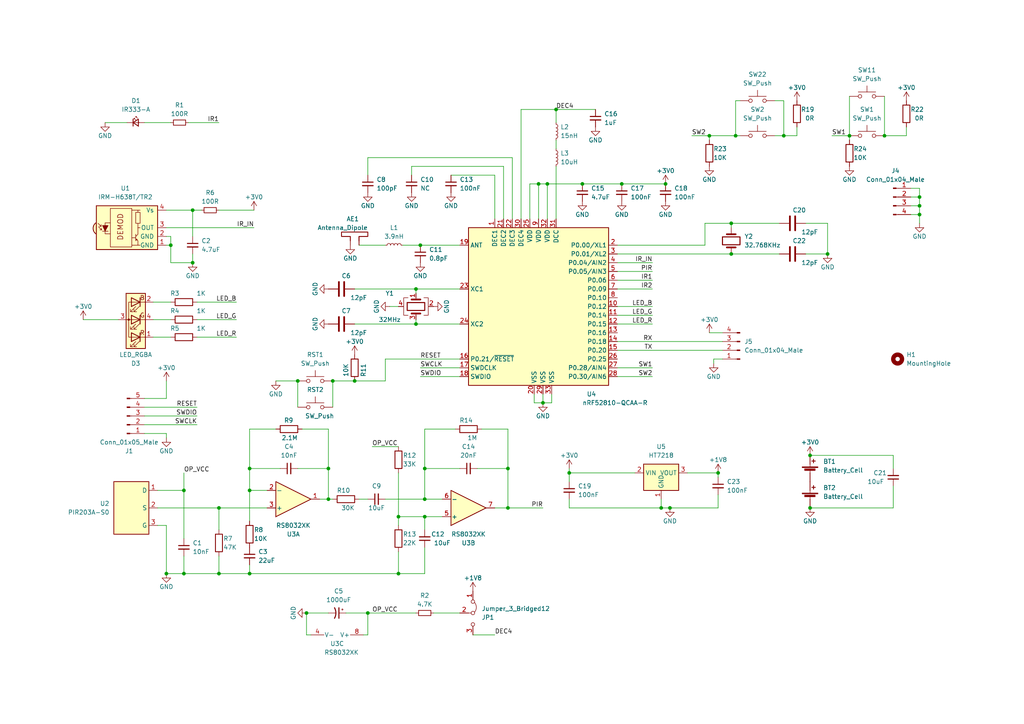
<source format=kicad_sch>
(kicad_sch (version 20211123) (generator eeschema)
  (paper "A4")
  (lib_symbols
    (symbol "Amplifier_Operational:LM358" (pin_names (offset 0.127))
      (property "Reference" "U" (at 0 5.08 0))
      (property "Value" "LM358" (at 0 -5.08 0))
      (symbol "LM358_1_1"
        (pin output line (at 7.62 0 180) (length 2.54) (name "~") (number "1"))
        (pin input line (at -7.62 -2.54 0) (length 2.54) (name "-") (number "2"))
        (pin input line (at -7.62 2.54 0) (length 2.54) (name "+") (number "3"))
      )
      (symbol "LM358_2_1"
        (pin input line (at -7.62 2.54 0) (length 2.54) (name "+") (number "5"))
        (pin input line (at -7.62 -2.54 0) (length 2.54) (name "-") (number "6"))
        (pin output line (at 7.62 0 180) (length 2.54) (name "~") (number "7"))
      )
      (symbol "LM358_3_1"
        (pin power_in line (at -2.54 -7.62 90) (length 3.81) (name "V-") (number "4"))
        (pin power_in line (at -2.54 7.62 270) (length 3.81) (name "V+") (number "8"))
      )
    )
    (symbol "Connector:Conn_01x04_Male" (pin_names (offset 1.016) hide)
      (property "Reference" "J" (at 0 5.08 0))
      (property "Value" "Conn_01x04_Male" (at 0 -7.62 0))
      (symbol "Conn_01x04_Male_1_1"
        (pin passive line (at 5.08 2.54 180) (length 3.81) (name "Pin_1") (number "1"))
        (pin passive line (at 5.08 0 180) (length 3.81) (name "Pin_2") (number "2"))
        (pin passive line (at 5.08 -2.54 180) (length 3.81) (name "Pin_3") (number "3"))
        (pin passive line (at 5.08 -5.08 180) (length 3.81) (name "Pin_4") (number "4"))
      )
    )
    (symbol "Connector:Conn_01x05_Male" (pin_names (offset 1.016) hide)
      (property "Reference" "J" (at 0 7.62 0))
      (property "Value" "Conn_01x05_Male" (at 0 -7.62 0))
      (symbol "Conn_01x05_Male_1_1"
        (pin passive line (at 5.08 5.08 180) (length 3.81) (name "Pin_1") (number "1"))
        (pin passive line (at 5.08 2.54 180) (length 3.81) (name "Pin_2") (number "2"))
        (pin passive line (at 5.08 0 180) (length 3.81) (name "Pin_3") (number "3"))
        (pin passive line (at 5.08 -2.54 180) (length 3.81) (name "Pin_4") (number "4"))
        (pin passive line (at 5.08 -5.08 180) (length 3.81) (name "Pin_5") (number "5"))
      )
    )
    (symbol "Device:Antenna_Dipole" (pin_numbers hide) (pin_names (offset 1.016) hide)
      (property "Reference" "AE" (at 1.27 1.27 0))
      (property "Value" "Antenna_Dipole" (at 1.27 0 0))
      (symbol "Antenna_Dipole_1_1"
        (pin input line (at 0 -5.08 90) (length 2.54) (name "~") (number "1"))
        (pin input line (at 2.54 -5.08 90) (length 2.54) (name "~") (number "2"))
      )
    )
    (symbol "Device:Battery_Cell" (pin_numbers hide) (pin_names (offset 0) hide)
      (property "Reference" "BT" (at 2.54 2.54 0))
      (property "Value" "Battery_Cell" (at 2.54 0 0))
      (symbol "Battery_Cell_1_1"
        (pin passive line (at 0 5.08 270) (length 2.54) (name "+") (number "1"))
        (pin passive line (at 0 -2.54 90) (length 2.54) (name "-") (number "2"))
      )
    )
    (symbol "Device:C" (pin_numbers hide) (pin_names (offset 0.254))
      (property "Reference" "C" (at 0.635 2.54 0))
      (property "Value" "C" (at 0.635 -2.54 0))
      (symbol "C_1_1"
        (pin passive line (at 0 3.81 270) (length 2.794) (name "~") (number "1"))
        (pin passive line (at 0 -3.81 90) (length 2.794) (name "~") (number "2"))
      )
    )
    (symbol "Device:C_Polarized_Small_US" (pin_numbers hide) (pin_names (offset 0.254) hide)
      (property "Reference" "C" (at 0.254 1.778 0))
      (property "Value" "C_Polarized_Small_US" (at 0.254 -2.032 0))
      (symbol "C_Polarized_Small_US_1_1"
        (pin passive line (at 0 2.54 270) (length 2.032) (name "~") (number "1"))
        (pin passive line (at 0 -2.54 90) (length 2.032) (name "~") (number "2"))
      )
    )
    (symbol "Device:C_Small" (pin_numbers hide) (pin_names (offset 0.254) hide)
      (property "Reference" "C" (at 0.254 1.778 0))
      (property "Value" "C_Small" (at 0.254 -2.032 0))
      (symbol "C_Small_1_1"
        (pin passive line (at 0 2.54 270) (length 2.032) (name "~") (number "1"))
        (pin passive line (at 0 -2.54 90) (length 2.032) (name "~") (number "2"))
      )
    )
    (symbol "Device:Crystal" (pin_numbers hide) (pin_names (offset 1.016) hide)
      (property "Reference" "Y" (at 0 3.81 0))
      (property "Value" "Crystal" (at 0 -3.81 0))
      (symbol "Crystal_1_1"
        (pin passive line (at -3.81 0 0) (length 1.27) (name "1") (number "1"))
        (pin passive line (at 3.81 0 180) (length 1.27) (name "2") (number "2"))
      )
    )
    (symbol "Device:Crystal_GND24" (pin_names (offset 1.016) hide)
      (property "Reference" "Y" (at 3.175 5.08 0))
      (property "Value" "Crystal_GND24" (at 3.175 3.175 0))
      (symbol "Crystal_GND24_1_1"
        (pin passive line (at -3.81 0 0) (length 1.27) (name "1") (number "1"))
        (pin passive line (at 0 5.08 270) (length 1.27) (name "2") (number "2"))
        (pin passive line (at 3.81 0 180) (length 1.27) (name "3") (number "3"))
        (pin passive line (at 0 -5.08 90) (length 1.27) (name "4") (number "4"))
      )
    )
    (symbol "Device:LED_RGBA" (pin_names (offset 0) hide)
      (property "Reference" "D1" (at 0 12.7 0))
      (property "Value" "LED_RGBA" (at 0 10.16 0))
      (symbol "LED_RGBA_0_0"
        (text "B" (at -1.905 -6.35 0) (effects (font (size 1.27 1.27))))
        (text "G" (at -1.905 -1.27 0) (effects (font (size 1.27 1.27))))
        (text "R" (at -1.905 3.81 0) (effects (font (size 1.27 1.27))))
      )
      (symbol "LED_RGBA_1_1"
        (pin passive line (at -5.08 5.08 0) (length 2.54) (name "RK") (number "1"))
        (pin passive line (at -5.08 -5.08 0) (length 2.54) (name "BK") (number "2"))
        (pin passive line (at 5.08 0 180) (length 2.54) (name "A") (number "3"))
        (pin passive line (at -5.08 0 0) (length 2.54) (name "GK") (number "4"))
      )
    )
    (symbol "Device:LED_Small" (pin_numbers hide) (pin_names (offset 0.254) hide)
      (property "Reference" "D" (at -1.27 3.175 0))
      (property "Value" "LED_Small" (at -4.445 -2.54 0))
      (symbol "LED_Small_1_1"
        (pin passive line (at -2.54 0 0) (length 1.778) (name "K") (number "1"))
        (pin passive line (at 2.54 0 180) (length 1.778) (name "A") (number "2"))
      )
    )
    (symbol "Device:L_Small" (pin_numbers hide) (pin_names (offset 0.254) hide)
      (property "Reference" "L" (at 0.762 1.016 0))
      (property "Value" "L_Small" (at 0.762 -1.016 0))
      (symbol "L_Small_1_1"
        (pin passive line (at 0 2.54 270) (length 0.508) (name "~") (number "1"))
        (pin passive line (at 0 -2.54 90) (length 0.508) (name "~") (number "2"))
      )
    )
    (symbol "Device:R" (pin_numbers hide) (pin_names (offset 0))
      (property "Reference" "R" (at 2.032 0 90))
      (property "Value" "R" (at 0 0 90))
      (symbol "R_1_1"
        (pin passive line (at 0 3.81 270) (length 1.27) (name "~") (number "1"))
        (pin passive line (at 0 -3.81 90) (length 1.27) (name "~") (number "2"))
      )
    )
    (symbol "Device:R_Small" (pin_numbers hide) (pin_names (offset 0.254) hide)
      (property "Reference" "R" (at 0.762 0.508 0))
      (property "Value" "R_Small" (at 0.762 -1.016 0))
      (symbol "R_Small_1_1"
        (pin passive line (at 0 2.54 270) (length 0.762) (name "~") (number "1"))
        (pin passive line (at 0 -2.54 90) (length 0.762) (name "~") (number "2"))
      )
    )
    (symbol "Interface_Optical:TSOP23xx" (pin_names (offset 1.016))
      (property "Reference" "U?" (at -1.735 11.43 0))
      (property "Value" "IRM-H638T/TR2" (at -1.735 8.89 0))
      (symbol "TSOP23xx_0_0"
        (text "DEMOD" (at -3.175 0.254 900) (effects (font (size 1.524 1.524))))
      )
      (symbol "TSOP23xx_1_1"
        (pin power_in line (at 10.16 -5.08 180) (length 2.54) (name "GND") (number "1"))
        (pin power_in line (at 10.16 -2.54 180) (length 2.54) (name "GND") (number "2"))
        (pin output line (at 10.16 0 180) (length 2.54) (name "OUT") (number "3"))
        (pin power_in line (at 10.16 5.08 180) (length 2.54) (name "Vs") (number "4"))
      )
    )
    (symbol "Jumper:Jumper_3_Bridged12" (pin_names (offset 0) hide)
      (property "Reference" "JP" (at -2.54 -2.54 0))
      (property "Value" "Jumper_3_Bridged12" (at 0 2.794 0))
      (symbol "Jumper_3_Bridged12_1_1"
        (pin passive line (at -6.35 0 0) (length 2.54) (name "A") (number "1"))
        (pin input line (at 0 -3.81 90) (length 2.54) (name "C") (number "2"))
        (pin passive line (at 6.35 0 180) (length 2.54) (name "B") (number "3"))
      )
    )
    (symbol "MCU_Nordic:nRF52810-QCxx"
      (property "Reference" "U4" (at 2.0194 -25.4 0))
      (property "Value" "nRF52810-QCAA-R" (at 2.0194 -27.94 0))
      (symbol "nRF52810-QCxx_1_1"
        (pin passive line (at -12.7 25.4 270) (length 2.54) (name "DEC1") (number "1"))
        (pin bidirectional line (at 22.86 0 180) (length 2.54) (name "P0.12") (number "10"))
        (pin bidirectional line (at 22.86 -2.54 180) (length 2.54) (name "P0.14") (number "11"))
        (pin bidirectional line (at 22.86 -5.08 180) (length 2.54) (name "P0.15") (number "12"))
        (pin bidirectional line (at 22.86 -7.62 180) (length 2.54) (name "P0.16") (number "13"))
        (pin bidirectional line (at 22.86 -10.16 180) (length 2.54) (name "P0.18") (number "14"))
        (pin bidirectional line (at 22.86 -12.7 180) (length 2.54) (name "P0.20") (number "15"))
        (pin bidirectional line (at -22.86 -15.24 0) (length 2.54) (name "P0.21/~{RESET}") (number "16"))
        (pin input line (at -22.86 -17.78 0) (length 2.54) (name "SWDCLK") (number "17"))
        (pin bidirectional line (at -22.86 -20.32 0) (length 2.54) (name "SWDIO") (number "18"))
        (pin passive line (at -22.86 17.78 0) (length 2.54) (name "ANT") (number "19"))
        (pin bidirectional line (at 22.86 17.78 180) (length 2.54) (name "P0.00/XL1") (number "2"))
        (pin power_in line (at -1.27 -25.4 90) (length 2.54) (name "VSS") (number "20"))
        (pin passive line (at -10.16 25.4 270) (length 2.54) (name "DEC2") (number "21"))
        (pin passive line (at -7.62 25.4 270) (length 2.54) (name "DEC3") (number "22"))
        (pin input line (at -22.86 5.08 0) (length 2.54) (name "XC1") (number "23"))
        (pin input line (at -22.86 -5.08 0) (length 2.54) (name "XC2") (number "24"))
        (pin power_in line (at -2.54 25.4 270) (length 2.54) (name "VDD") (number "25"))
        (pin bidirectional line (at 22.86 -15.24 180) (length 2.54) (name "P0.25") (number "26"))
        (pin bidirectional line (at 22.86 -17.78 180) (length 2.54) (name "P0.28/AIN4") (number "27"))
        (pin bidirectional line (at 22.86 -20.32 180) (length 2.54) (name "P0.30/AIN6") (number "28"))
        (pin power_in line (at 1.27 -25.4 90) (length 2.54) (name "VSS") (number "29"))
        (pin bidirectional line (at 22.86 15.24 180) (length 2.54) (name "P0.01/XL2") (number "3"))
        (pin passive line (at -5.08 25.4 270) (length 2.54) (name "DEC4") (number "30"))
        (pin power_out line (at 5.08 25.4 270) (length 2.54) (name "DCC") (number "31"))
        (pin power_in line (at 2.54 25.4 270) (length 2.54) (name "VDD") (number "32"))
        (pin power_in line (at 3.81 -25.4 90) (length 2.54) (name "VSS") (number "33"))
        (pin bidirectional line (at 22.86 12.7 180) (length 2.54) (name "P0.04/AIN2") (number "4"))
        (pin bidirectional line (at 22.86 10.16 180) (length 2.54) (name "P0.05/AIN3") (number "5"))
        (pin bidirectional line (at 22.86 7.62 180) (length 2.54) (name "P0.06") (number "6"))
        (pin bidirectional line (at 22.86 5.08 180) (length 2.54) (name "P0.09") (number "7"))
        (pin bidirectional line (at 22.86 2.54 180) (length 2.54) (name "P0.10") (number "8"))
        (pin power_in line (at 0 25.4 270) (length 2.54) (name "VDD") (number "9"))
      )
    )
    (symbol "Mechanical:MountingHole" (pin_names (offset 1.016))
      (property "Reference" "H" (at 0 5.08 0))
      (property "Value" "MountingHole" (at 0 3.175 0))
    )
    (symbol "Regulator_Linear:HT75xx-1-SOT89"
      (property "Reference" "U" (at -5.08 -3.81 0))
      (property "Value" "HT75xx-1-SOT89" (at 0 6.35 0))
      (symbol "HT75xx-1-SOT89_1_1"
        (pin power_in line (at 0 -5.08 90) (length 2.54) (name "GND") (number "1"))
        (pin power_in line (at -7.62 2.54 0) (length 2.54) (name "VIN") (number "2"))
        (pin power_out line (at 7.62 2.54 180) (length 2.54) (name "VOUT") (number "3"))
      )
    )
    (symbol "Sensor_Magnetic:A1101ELHL"
      (property "Reference" "U?" (at -6.35 1.2701 0))
      (property "Value" "PIR203A-S0" (at -6.35 -1.2699 0))
      (symbol "A1101ELHL_1_1"
        (pin passive line (at 7.62 5.08 180) (length 2.54) (name "D") (number "1"))
        (pin passive line (at 7.62 0 180) (length 2.54) (name "S") (number "2"))
        (pin passive line (at 7.62 -5.08 180) (length 2.54) (name "G") (number "3"))
      )
    )
    (symbol "Switch:SW_Push" (pin_numbers hide) (pin_names (offset 1.016) hide)
      (property "Reference" "SW" (at 1.27 2.54 0))
      (property "Value" "SW_Push" (at 0 -1.524 0))
      (symbol "SW_Push_0_1"
        (pin passive line (at -5.08 0 0) (length 2.54) (name "1") (number "1"))
        (pin passive line (at 5.08 0 180) (length 2.54) (name "2") (number "2"))
      )
    )
    (symbol "power:+1V8" (power) (pin_names (offset 0))
      (property "Value" "+1V8" (at 0 3.556 0))
      (symbol "+1V8_1_1"
        (pin power_in line (at 0 0 90) (length 0) hide (name "+1V8") (number "1"))
      )
    )
    (symbol "power:+3V0" (power) (pin_names (offset 0))
      (property "Value" "+3V0" (at 0 3.556 0))
      (symbol "+3V0_1_1"
        (pin power_in line (at 0 0 90) (length 0) hide (name "+3V0") (number "1"))
      )
    )
    (symbol "power:GND" (power) (pin_names (offset 0))
      (property "Value" "GND" (at 0 -3.81 0))
      (symbol "GND_1_1"
        (pin power_in line (at 0 0 270) (length 0) hide (name "GND") (number "1"))
      )
    )
  )
  (junction (at 88.9 177.8))
  (junction (at 161.29 31.75))
  (junction (at 191.77 147.32))
  (junction (at 266.7 59.69))
  (junction (at 246.38 39.37))
  (junction (at 193.04 53.34))
  (junction (at 95.25 135.89))
  (junction (at 208.28 137.16))
  (junction (at 49.53 71.12))
  (junction (at 205.74 39.37))
  (junction (at 63.5 147.32))
  (junction (at 123.19 149.86))
  (junction (at 213.36 39.37))
  (junction (at 165.1 137.16))
  (junction (at 102.87 110.49))
  (junction (at 240.03 73.66))
  (junction (at 147.32 147.32))
  (junction (at 212.09 73.66))
  (junction (at 120.65 93.98))
  (junction (at 227.33 39.37))
  (junction (at 156.21 53.34))
  (junction (at 72.39 135.89))
  (junction (at 115.57 166.37))
  (junction (at 115.57 149.86))
  (junction (at 72.39 142.24))
  (junction (at 180.34 53.34))
  (junction (at 96.52 110.49))
  (junction (at 266.7 57.15))
  (junction (at 72.39 166.37))
  (junction (at 157.48 116.84))
  (junction (at 123.19 135.89))
  (junction (at 55.88 60.96))
  (junction (at 120.65 83.82))
  (junction (at 63.5 166.37))
  (junction (at 106.68 177.8))
  (junction (at 121.92 71.12))
  (junction (at 256.54 39.37))
  (junction (at 147.32 135.89))
  (junction (at 95.25 144.78))
  (junction (at 48.26 166.37))
  (junction (at 86.36 110.49))
  (junction (at 234.95 132.08))
  (junction (at 212.09 64.77))
  (junction (at 53.34 166.37))
  (junction (at 123.19 144.78))
  (junction (at 266.7 62.23))
  (junction (at 194.31 147.32))
  (junction (at 158.75 53.34))
  (junction (at 234.95 147.32))
  (junction (at 55.88 76.2))
  (junction (at 53.34 142.24))
  (junction (at 168.91 53.34))
  (wire (pts (xy 143.51 50.8) (xy 143.51 63.5)))
  (wire (pts (xy 158.75 53.34) (xy 156.21 53.34)))
  (wire (pts (xy 53.34 142.24) (xy 45.72 142.24)))
  (wire (pts (xy 121.92 106.68) (xy 133.35 106.68)))
  (wire (pts (xy 147.32 147.32) (xy 143.51 147.32)))
  (wire (pts (xy 121.92 109.22) (xy 133.35 109.22)))
  (wire (pts (xy 133.35 104.14) (xy 111.76 104.14)))
  (wire (pts (xy 72.39 166.37) (xy 63.5 166.37)))
  (wire (pts (xy 41.91 35.56) (xy 49.53 35.56)))
  (wire (pts (xy 107.95 129.54) (xy 115.57 129.54)))
  (wire (pts (xy 63.5 166.37) (xy 53.34 166.37)))
  (wire (pts (xy 212.09 64.77) (xy 204.47 64.77)))
  (wire (pts (xy 57.15 92.71) (xy 68.58 92.71)))
  (wire (pts (xy 123.19 166.37) (xy 115.57 166.37)))
  (wire (pts (xy 133.35 93.98) (xy 120.65 93.98)))
  (wire (pts (xy 256.54 27.94) (xy 256.54 39.37)))
  (wire (pts (xy 102.87 83.82) (xy 120.65 83.82)))
  (wire (pts (xy 213.36 29.21) (xy 213.36 39.37)))
  (wire (pts (xy 88.9 184.15) (xy 88.9 177.8)))
  (wire (pts (xy 165.1 137.16) (xy 165.1 139.7)))
  (wire (pts (xy 179.07 101.6) (xy 209.55 101.6)))
  (wire (pts (xy 106.68 45.72) (xy 148.59 45.72)))
  (wire (pts (xy 259.08 140.97) (xy 259.08 147.32)))
  (wire (pts (xy 264.16 59.69) (xy 266.7 59.69)))
  (wire (pts (xy 227.33 29.21) (xy 227.33 39.37)))
  (wire (pts (xy 151.13 31.75) (xy 151.13 63.5)))
  (wire (pts (xy 63.5 161.29) (xy 63.5 166.37)))
  (wire (pts (xy 256.54 39.37) (xy 262.89 39.37)))
  (wire (pts (xy 204.47 64.77) (xy 204.47 71.12)))
  (wire (pts (xy 138.43 135.89) (xy 147.32 135.89)))
  (wire (pts (xy 146.05 48.26) (xy 146.05 63.5)))
  (wire (pts (xy 48.26 110.49) (xy 48.26 115.57)))
  (wire (pts (xy 246.38 27.94) (xy 246.38 39.37)))
  (wire (pts (xy 168.91 53.34) (xy 180.34 53.34)))
  (wire (pts (xy 123.19 144.78) (xy 128.27 144.78)))
  (wire (pts (xy 106.68 50.8) (xy 106.68 45.72)))
  (wire (pts (xy 157.48 114.3) (xy 157.48 116.84)))
  (wire (pts (xy 193.04 53.34) (xy 180.34 53.34)))
  (wire (pts (xy 262.89 36.83) (xy 262.89 39.37)))
  (wire (pts (xy 168.91 53.34) (xy 158.75 53.34)))
  (wire (pts (xy 115.57 166.37) (xy 72.39 166.37)))
  (wire (pts (xy 259.08 135.89) (xy 259.08 132.08)))
  (wire (pts (xy 49.53 97.79) (xy 44.45 97.79)))
  (wire (pts (xy 45.72 147.32) (xy 63.5 147.32)))
  (wire (pts (xy 179.07 99.06) (xy 209.55 99.06)))
  (wire (pts (xy 48.26 71.12) (xy 49.53 71.12)))
  (wire (pts (xy 106.68 184.15) (xy 106.68 177.8)))
  (wire (pts (xy 63.5 147.32) (xy 63.5 153.67)))
  (wire (pts (xy 209.55 96.52) (xy 205.74 96.52)))
  (wire (pts (xy 156.21 53.34) (xy 156.21 63.5)))
  (wire (pts (xy 264.16 62.23) (xy 266.7 62.23)))
  (wire (pts (xy 36.83 35.56) (xy 30.48 35.56)))
  (wire (pts (xy 115.57 149.86) (xy 123.19 149.86)))
  (wire (pts (xy 49.53 87.63) (xy 44.45 87.63)))
  (wire (pts (xy 264.16 57.15) (xy 266.7 57.15)))
  (wire (pts (xy 224.79 39.37) (xy 227.33 39.37)))
  (wire (pts (xy 207.01 104.14) (xy 207.01 105.41)))
  (wire (pts (xy 165.1 137.16) (xy 165.1 135.89)))
  (wire (pts (xy 224.79 29.21) (xy 227.33 29.21)))
  (wire (pts (xy 160.02 114.3) (xy 160.02 116.84)))
  (wire (pts (xy 191.77 147.32) (xy 194.31 147.32)))
  (wire (pts (xy 179.07 93.98) (xy 189.23 93.98)))
  (wire (pts (xy 48.26 60.96) (xy 55.88 60.96)))
  (wire (pts (xy 48.26 125.73) (xy 48.26 127)))
  (wire (pts (xy 53.34 137.16) (xy 53.34 142.24)))
  (wire (pts (xy 208.28 143.51) (xy 208.28 147.32)))
  (wire (pts (xy 96.52 110.49) (xy 96.52 118.11)))
  (wire (pts (xy 113.03 88.9) (xy 115.57 88.9)))
  (wire (pts (xy 49.53 76.2) (xy 55.88 76.2)))
  (wire (pts (xy 179.07 106.68) (xy 189.23 106.68)))
  (wire (pts (xy 48.26 68.58) (xy 49.53 68.58)))
  (wire (pts (xy 95.25 144.78) (xy 96.52 144.78)))
  (wire (pts (xy 115.57 160.02) (xy 115.57 166.37)))
  (wire (pts (xy 264.16 54.61) (xy 266.7 54.61)))
  (wire (pts (xy 266.7 54.61) (xy 266.7 57.15)))
  (wire (pts (xy 266.7 62.23) (xy 266.7 64.77)))
  (wire (pts (xy 240.03 73.66) (xy 233.68 73.66)))
  (wire (pts (xy 49.53 68.58) (xy 49.53 71.12)))
  (wire (pts (xy 41.91 118.11) (xy 57.15 118.11)))
  (wire (pts (xy 80.01 124.46) (xy 72.39 124.46)))
  (wire (pts (xy 179.07 73.66) (xy 212.09 73.66)))
  (wire (pts (xy 179.07 78.74) (xy 189.23 78.74)))
  (wire (pts (xy 241.3 39.37) (xy 246.38 39.37)))
  (wire (pts (xy 147.32 135.89) (xy 147.32 147.32)))
  (wire (pts (xy 92.71 144.78) (xy 95.25 144.78)))
  (wire (pts (xy 63.5 147.32) (xy 77.47 147.32)))
  (wire (pts (xy 179.07 81.28) (xy 189.23 81.28)))
  (wire (pts (xy 123.19 149.86) (xy 123.19 153.67)))
  (wire (pts (xy 234.95 132.08) (xy 259.08 132.08)))
  (wire (pts (xy 209.55 104.14) (xy 207.01 104.14)))
  (wire (pts (xy 246.38 39.37) (xy 246.38 40.64)))
  (wire (pts (xy 55.88 60.96) (xy 58.42 60.96)))
  (wire (pts (xy 130.81 50.8) (xy 143.51 50.8)))
  (wire (pts (xy 48.26 115.57) (xy 41.91 115.57)))
  (wire (pts (xy 161.29 35.56) (xy 161.29 31.75)))
  (wire (pts (xy 165.1 137.16) (xy 184.15 137.16)))
  (wire (pts (xy 123.19 135.89) (xy 123.19 144.78)))
  (wire (pts (xy 120.65 93.98) (xy 120.65 92.71)))
  (wire (pts (xy 80.01 110.49) (xy 86.36 110.49)))
  (wire (pts (xy 95.25 135.89) (xy 95.25 144.78)))
  (wire (pts (xy 213.36 39.37) (xy 214.63 39.37)))
  (wire (pts (xy 104.14 144.78) (xy 106.68 144.78)))
  (wire (pts (xy 160.02 116.84) (xy 157.48 116.84)))
  (wire (pts (xy 55.88 76.2) (xy 55.88 73.66)))
  (wire (pts (xy 41.91 125.73) (xy 48.26 125.73)))
  (wire (pts (xy 72.39 142.24) (xy 77.47 142.24)))
  (wire (pts (xy 48.26 166.37) (xy 53.34 166.37)))
  (wire (pts (xy 212.09 64.77) (xy 212.09 66.04)))
  (wire (pts (xy 266.7 57.15) (xy 266.7 59.69)))
  (wire (pts (xy 63.5 60.96) (xy 73.66 60.96)))
  (wire (pts (xy 102.87 93.98) (xy 120.65 93.98)))
  (wire (pts (xy 53.34 166.37) (xy 53.34 161.29)))
  (wire (pts (xy 147.32 147.32) (xy 157.48 147.32)))
  (wire (pts (xy 116.84 71.12) (xy 121.92 71.12)))
  (wire (pts (xy 86.36 135.89) (xy 95.25 135.89)))
  (wire (pts (xy 72.39 135.89) (xy 72.39 142.24)))
  (wire (pts (xy 115.57 137.16) (xy 115.57 149.86)))
  (wire (pts (xy 105.41 184.15) (xy 106.68 184.15)))
  (wire (pts (xy 24.13 92.71) (xy 34.29 92.71)))
  (wire (pts (xy 119.38 48.26) (xy 146.05 48.26)))
  (wire (pts (xy 115.57 149.86) (xy 115.57 152.4)))
  (wire (pts (xy 165.1 147.32) (xy 191.77 147.32)))
  (wire (pts (xy 147.32 124.46) (xy 147.32 135.89)))
  (wire (pts (xy 48.26 152.4) (xy 48.26 166.37)))
  (wire (pts (xy 205.74 39.37) (xy 213.36 39.37)))
  (wire (pts (xy 214.63 29.21) (xy 213.36 29.21)))
  (wire (pts (xy 54.61 35.56) (xy 63.5 35.56)))
  (wire (pts (xy 72.39 124.46) (xy 72.39 135.89)))
  (wire (pts (xy 208.28 137.16) (xy 208.28 138.43)))
  (wire (pts (xy 161.29 40.64) (xy 161.29 43.18)))
  (wire (pts (xy 72.39 163.83) (xy 72.39 166.37)))
  (wire (pts (xy 111.76 110.49) (xy 102.87 110.49)))
  (wire (pts (xy 154.94 114.3) (xy 154.94 116.84)))
  (wire (pts (xy 139.7 124.46) (xy 147.32 124.46)))
  (wire (pts (xy 41.91 123.19) (xy 57.15 123.19)))
  (wire (pts (xy 231.14 36.83) (xy 231.14 39.37)))
  (wire (pts (xy 123.19 124.46) (xy 123.19 135.89)))
  (wire (pts (xy 120.65 83.82) (xy 133.35 83.82)))
  (wire (pts (xy 179.07 88.9) (xy 189.23 88.9)))
  (wire (pts (xy 191.77 144.78) (xy 191.77 147.32)))
  (wire (pts (xy 95.25 124.46) (xy 95.25 135.89)))
  (wire (pts (xy 57.15 97.79) (xy 68.58 97.79)))
  (wire (pts (xy 90.17 184.15) (xy 88.9 184.15)))
  (wire (pts (xy 233.68 64.77) (xy 240.03 64.77)))
  (wire (pts (xy 205.74 39.37) (xy 205.74 40.64)))
  (wire (pts (xy 88.9 177.8) (xy 95.25 177.8)))
  (wire (pts (xy 153.67 63.5) (xy 153.67 53.34)))
  (wire (pts (xy 161.29 48.26) (xy 161.29 63.5)))
  (wire (pts (xy 121.92 71.12) (xy 133.35 71.12)))
  (wire (pts (xy 179.07 91.44) (xy 189.23 91.44)))
  (wire (pts (xy 104.14 71.12) (xy 111.76 71.12)))
  (wire (pts (xy 179.07 83.82) (xy 189.23 83.82)))
  (wire (pts (xy 200.66 39.37) (xy 205.74 39.37)))
  (wire (pts (xy 111.76 104.14) (xy 111.76 110.49)))
  (wire (pts (xy 55.88 60.96) (xy 55.88 68.58)))
  (wire (pts (xy 123.19 149.86) (xy 128.27 149.86)))
  (wire (pts (xy 41.91 120.65) (xy 57.15 120.65)))
  (wire (pts (xy 158.75 53.34) (xy 158.75 63.5)))
  (wire (pts (xy 106.68 177.8) (xy 120.65 177.8)))
  (wire (pts (xy 57.15 87.63) (xy 68.58 87.63)))
  (wire (pts (xy 161.29 31.75) (xy 172.72 31.75)))
  (wire (pts (xy 137.16 184.15) (xy 143.51 184.15)))
  (wire (pts (xy 120.65 83.82) (xy 120.65 85.09)))
  (wire (pts (xy 111.76 144.78) (xy 123.19 144.78)))
  (wire (pts (xy 161.29 31.75) (xy 151.13 31.75)))
  (wire (pts (xy 81.28 135.89) (xy 72.39 135.89)))
  (wire (pts (xy 154.94 116.84) (xy 157.48 116.84)))
  (wire (pts (xy 49.53 92.71) (xy 44.45 92.71)))
  (wire (pts (xy 87.63 124.46) (xy 95.25 124.46)))
  (wire (pts (xy 148.59 45.72) (xy 148.59 63.5)))
  (wire (pts (xy 204.47 71.12) (xy 179.07 71.12)))
  (wire (pts (xy 212.09 73.66) (xy 226.06 73.66)))
  (wire (pts (xy 45.72 152.4) (xy 48.26 152.4)))
  (wire (pts (xy 72.39 151.13) (xy 72.39 142.24)))
  (wire (pts (xy 199.39 137.16) (xy 208.28 137.16)))
  (wire (pts (xy 153.67 53.34) (xy 156.21 53.34)))
  (wire (pts (xy 208.28 147.32) (xy 194.31 147.32)))
  (wire (pts (xy 96.52 110.49) (xy 102.87 110.49)))
  (wire (pts (xy 266.7 59.69) (xy 266.7 62.23)))
  (wire (pts (xy 119.38 50.8) (xy 119.38 48.26)))
  (wire (pts (xy 53.34 142.24) (xy 53.34 156.21)))
  (wire (pts (xy 133.35 135.89) (xy 123.19 135.89)))
  (wire (pts (xy 123.19 158.75) (xy 123.19 166.37)))
  (wire (pts (xy 227.33 39.37) (xy 231.14 39.37)))
  (wire (pts (xy 125.73 177.8) (xy 133.35 177.8)))
  (wire (pts (xy 179.07 109.22) (xy 189.23 109.22)))
  (wire (pts (xy 132.08 124.46) (xy 123.19 124.46)))
  (wire (pts (xy 106.68 177.8) (xy 100.33 177.8)))
  (wire (pts (xy 86.36 110.49) (xy 86.36 118.11)))
  (wire (pts (xy 165.1 144.78) (xy 165.1 147.32)))
  (wire (pts (xy 49.53 71.12) (xy 49.53 76.2)))
  (wire (pts (xy 240.03 64.77) (xy 240.03 73.66)))
  (wire (pts (xy 234.95 147.32) (xy 259.08 147.32)))
  (wire (pts (xy 179.07 76.2) (xy 189.23 76.2)))
  (wire (pts (xy 48.26 66.04) (xy 73.66 66.04)))
  (wire (pts (xy 226.06 64.77) (xy 212.09 64.77)))
  (label "PIR" (at 189.23 78.74 180))
  (label "OP_VCC" (at 53.34 137.16 0))
  (label "OP_VCC" (at 107.95 129.54 0))
  (label "RESET" (at 121.92 104.14 0))
  (label "LED_B" (at 189.23 88.9 180))
  (label "RX" (at 189.23 99.06 180))
  (label "LED_B" (at 68.58 87.63 180))
  (label "IR_IN" (at 73.66 66.04 180))
  (label "SW1" (at 189.23 106.68 180))
  (label "SWDIO" (at 57.15 120.65 180))
  (label "SWCLK" (at 121.92 106.68 0))
  (label "PIR" (at 157.48 147.32 180))
  (label "LED_R" (at 189.23 93.98 180))
  (label "IR1" (at 189.23 81.28 180))
  (label "RESET" (at 57.15 118.11 180))
  (label "DEC4" (at 161.29 31.75 0))
  (label "TX" (at 189.23 101.6 180))
  (label "LED_G" (at 68.58 92.71 180))
  (label "SW2" (at 189.23 109.22 180))
  (label "LED_R" (at 68.58 97.79 180))
  (label "DEC4" (at 143.51 184.15 0))
  (label "LED_G" (at 189.23 91.44 180))
  (label "OP_VCC" (at 107.95 177.8 0))
  (label "IR1" (at 63.5 35.56 180))
  (label "SWDIO" (at 121.92 109.22 0))
  (label "IR2" (at 189.23 83.82 180))
  (label "SWCLK" (at 57.15 123.19 180))
  (label "SW2" (at 200.66 39.37 0))
  (label "IR_IN" (at 189.23 76.2 180))
  (label "SW1" (at 241.3 39.37 0))
  (symbol (lib_id "Device:C_Small") (at 208.28 140.97 0) (unit 1)
    (property "Reference" "C23" (at 210.82 139.7062 0) (effects (justify left)))
    (property "Value" "100nF" (at 210.82 142.2462 0) (effects (justify left)))
    (property "Footprint" "Capacitor_SMD:C_0402_1005Metric" (effects hide))
  )
  (symbol (lib_id "Switch:SW_Push") (at 219.71 29.21 0) (unit 1)
    (property "Reference" "SW22" (at 219.71 21.59 0))
    (property "Value" "SW_Push" (at 219.71 24.13 0))
    (property "Footprint" "Button_Switch_SMD:SW_SPST_EVQPE1" (effects hide))
    (property "LCSC PN" "C720477" (effects hide))
  )
  (symbol (lib_id "power:GND") (at 48.26 166.37 0) (unit 1)
    (property "Reference" "#PWR05" (effects hide))
    (property "Value" "GND" (at 48.26 170.18 0))
  )
  (symbol (lib_id "power:GND") (at 95.25 93.98 270) (unit 1)
    (property "Reference" "#PWR012" (effects hide))
    (property "Value" "GND" (at 91.44 93.98 0))
  )
  (symbol (lib_id "Device:R") (at 53.34 97.79 90) (unit 1)
    (property "Reference" "R5" (at 52.07 95.25 90) (effects (justify left)))
    (property "Value" "1K" (at 59.69 95.25 90) (effects (justify left)))
    (property "Footprint" "Resistor_SMD:R_0402_1005Metric" (effects hide))
    (property "LCSC PN" "C11702" (effects hide))
  )
  (symbol (lib_id "Device:C_Small") (at 165.1 142.24 0) (unit 1)
    (property "Reference" "C19" (at 167.64 140.9762 0) (effects (justify left)))
    (property "Value" "100nF" (at 167.64 143.5162 0) (effects (justify left)))
    (property "Footprint" "Capacitor_SMD:C_0402_1005Metric" (effects hide))
  )
  (symbol (lib_id "Device:L_Small") (at 114.3 71.12 90) (unit 1)
    (property "Reference" "L1" (at 114.3 66.04 90))
    (property "Value" "3.9nH" (at 114.3 68.58 90))
    (property "Footprint" "Inductor_SMD:L_0402_1005Metric" (effects hide))
    (property "Description" "High frequency chip inductor ±5%" (effects hide))
  )
  (symbol (lib_id "power:GND") (at 55.88 76.2 0) (unit 1)
    (property "Reference" "#PWR07" (effects hide))
    (property "Value" "GND" (at 55.88 80.01 0))
  )
  (symbol (lib_id "power:GND") (at 266.7 64.77 0) (unit 1)
    (property "Reference" "#PWR0101" (effects hide))
    (property "Value" "GND" (at 266.7 68.58 0))
  )
  (symbol (lib_id "power:GND") (at 80.01 110.49 0) (unit 1)
    (property "Reference" "#PWR016" (effects hide))
    (property "Value" "GND" (at 80.01 114.3 0))
  )
  (symbol (lib_id "power:+3V0") (at 193.04 53.34 0) (unit 1)
    (property "Reference" "#PWR0112" (effects hide))
    (property "Value" "+3V0" (at 193.04 49.53 0))
  )
  (symbol (lib_id "power:+3V0") (at 262.89 29.21 0) (unit 1)
    (property "Reference" "#PWR0110" (effects hide))
    (property "Value" "+3V0" (at 262.89 25.4 0))
  )
  (symbol (lib_id "Switch:SW_Push") (at 91.44 118.11 0) (unit 1)
    (property "Reference" "RST2" (at 91.44 113.03 0))
    (property "Value" "SW_Push" (at 92.71 120.65 0))
    (property "Footprint" "Button_Switch_SMD:SW_SPST_EVQPE1" (effects hide))
    (property "LCSC PN" "C720477" (effects hide))
  )
  (symbol (lib_id "Device:C_Polarized_Small_US") (at 97.79 177.8 270) (unit 1)
    (property "Reference" "C5" (at 98.2218 171.45 90))
    (property "Value" "1000uF" (at 98.2218 173.99 90))
    (property "Footprint" "Capacitor_SMD:CP_Elec_8x10.5" (effects hide))
    (property "LCSC" "C99833" (effects hide))
  )
  (symbol (lib_id "Device:C") (at 229.87 64.77 270) (unit 1)
    (property "Reference" "C20" (at 229.87 60.96 90) (effects (justify left)))
    (property "Value" "12pF" (at 232.41 67.31 90) (effects (justify left)))
    (property "Footprint" "Capacitor_SMD:C_0402_1005Metric" (effects hide))
    (property "LCSC PN" "C1547" (effects hide))
  )
  (symbol (lib_id "power:+3V0") (at 205.74 96.52 0) (unit 1)
    (property "Reference" "#PWR0113" (effects hide))
    (property "Value" "+3V0" (at 205.74 92.71 0))
  )
  (symbol (lib_id "Device:R") (at 72.39 154.94 0) (unit 1)
    (property "Reference" "R8" (at 73.66 153.67 0) (effects (justify left)))
    (property "Value" "10K" (at 73.66 156.21 0) (effects (justify left)))
    (property "Footprint" "Resistor_SMD:R_0402_1005Metric" (effects hide))
  )
  (symbol (lib_id "Device:R") (at 83.82 124.46 90) (unit 1)
    (property "Reference" "R9" (at 85.09 121.92 90) (effects (justify left)))
    (property "Value" "2.1M" (at 86.36 127 90) (effects (justify left)))
    (property "Footprint" "Resistor_SMD:R_0603_1608Metric" (effects hide))
  )
  (symbol (lib_id "Device:C_Small") (at 109.22 144.78 90) (unit 1)
    (property "Reference" "C9" (at 109.22 140.97 90))
    (property "Value" "10uF" (at 109.22 147.32 90))
    (property "Footprint" "Capacitor_SMD:C_1206_3216Metric" (effects hide))
  )
  (symbol (lib_id "Sensor_Magnetic:A1101ELHL") (at 38.1 147.32 0) (unit 1)
    (property "Reference" "U2" (at 31.75 146.0499 0) (effects (justify right)))
    (property "Value" "PIR203A-S0" (at 31.75 148.5899 0) (effects (justify right)))
    (property "Footprint" "Package_TO_SOT_THT:TO-39-3" (effects hide))
    (property "LCSC" "C2887899" (effects hide))
  )
  (symbol (lib_id "Connector:Conn_01x05_Male") (at 36.83 120.65 0) (mirror x) (unit 1)
    (property "Reference" "J1" (at 37.465 130.81 0))
    (property "Value" "Conn_01x05_Male" (at 37.465 128.27 0))
    (property "Footprint" "Connector_PinHeader_2.54mm:PinHeader_1x05_P2.54mm_Vertical" (effects hide))
  )
  (symbol (lib_id "Device:C_Small") (at 180.34 55.88 0) (unit 1)
    (property "Reference" "C17" (at 182.88 54.6162 0) (effects (justify left)))
    (property "Value" "100nF" (at 182.88 57.1562 0) (effects (justify left)))
    (property "Footprint" "Capacitor_SMD:C_0402_1005Metric" (effects hide))
  )
  (symbol (lib_id "Switch:SW_Push") (at 219.71 39.37 0) (unit 1)
    (property "Reference" "SW2" (at 219.71 31.75 0))
    (property "Value" "SW_Push" (at 219.71 34.29 0))
    (property "Footprint" "Button_Switch_SMD:SW_SPST_EVQPE1" (effects hide))
    (property "LCSC PN" "C720477" (effects hide))
  )
  (symbol (lib_id "Device:R_Small") (at 123.19 177.8 90) (unit 1)
    (property "Reference" "R2" (at 123.19 172.72 90))
    (property "Value" "4.7K" (at 123.19 175.26 90))
    (property "Footprint" "Resistor_SMD:R_0603_1608Metric" (effects hide))
  )
  (symbol (lib_id "power:+1V8") (at 208.28 137.16 0) (unit 1)
    (property "Reference" "#PWR0118" (effects hide))
    (property "Value" "+1V8" (at 208.28 133.35 0))
  )
  (symbol (lib_id "Device:C") (at 229.87 73.66 270) (unit 1)
    (property "Reference" "C22" (at 229.87 69.85 90) (effects (justify left)))
    (property "Value" "12pF" (at 232.41 76.2 90) (effects (justify left)))
    (property "Footprint" "Capacitor_SMD:C_0402_1005Metric" (effects hide))
  )
  (symbol (lib_id "Device:R") (at 53.34 92.71 90) (unit 1)
    (property "Reference" "R4" (at 52.07 90.17 90) (effects (justify left)))
    (property "Value" "1K" (at 59.69 90.17 90) (effects (justify left)))
    (property "Footprint" "Resistor_SMD:R_0402_1005Metric" (effects hide))
    (property "LCSC PN" "C11702" (effects hide))
  )
  (symbol (lib_id "Device:R") (at 262.89 33.02 180) (unit 1)
    (property "Reference" "R22" (at 267.97 31.75 0) (effects (justify left)))
    (property "Value" "0R" (at 267.97 34.29 0) (effects (justify left)))
    (property "Footprint" "Resistor_SMD:R_0402_1005Metric" (effects hide))
  )
  (symbol (lib_id "Device:C_Small") (at 123.19 156.21 180) (unit 1)
    (property "Reference" "C12" (at 127 154.94 0))
    (property "Value" "10uF" (at 128.27 157.48 0))
    (property "Footprint" "Capacitor_SMD:C_1206_3216Metric" (effects hide))
  )
  (symbol (lib_id "power:GND") (at 205.74 48.26 0) (unit 1)
    (property "Reference" "#PWR034" (effects hide))
    (property "Value" "GND" (at 205.74 52.07 0))
  )
  (symbol (lib_id "Switch:SW_Push") (at 251.46 27.94 0) (unit 1)
    (property "Reference" "SW11" (at 251.46 20.32 0))
    (property "Value" "SW_Push" (at 251.46 22.86 0))
    (property "Footprint" "Button_Switch_SMD:SW_SPST_EVQPE1" (effects hide))
    (property "LCSC PN" "C720477" (effects hide))
  )
  (symbol (lib_id "Jumper:Jumper_3_Bridged12") (at 137.16 177.8 270) (unit 1)
    (property "Reference" "JP1" (at 139.7 179.0701 90) (effects (justify left)))
    (property "Value" "Jumper_3_Bridged12" (at 139.7 176.5301 90) (effects (justify left)))
    (property "Footprint" "Connector_PinHeader_2.54mm:PinHeader_1x03_P2.54mm_Vertical" (effects hide))
  )
  (symbol (lib_id "Device:Crystal") (at 212.09 69.85 90) (unit 1)
    (property "Reference" "Y2" (at 215.9 68.5799 90) (effects (justify right)))
    (property "Value" "32.768KHz" (at 215.9 71.1199 90) (effects (justify right)))
    (property "Footprint" "Crystal:Crystal_SMD_3215-2Pin_3.2x1.5mm" (effects hide))
    (property "LCSC" "C32346" (effects hide))
  )
  (symbol (lib_id "Device:C_Small") (at 83.82 135.89 90) (unit 1)
    (property "Reference" "C4" (at 83.8263 129.54 90))
    (property "Value" "10nF" (at 83.8263 132.08 90))
    (property "Footprint" "Capacitor_SMD:C_0402_1005Metric" (effects hide))
  )
  (symbol (lib_id "power:GND") (at 180.34 58.42 0) (unit 1)
    (property "Reference" "#PWR027" (effects hide))
    (property "Value" "GND" (at 180.34 62.23 0))
  )
  (symbol (lib_id "Device:R_Small") (at 52.07 35.56 90) (unit 1)
    (property "Reference" "R1" (at 52.07 30.48 90))
    (property "Value" "100R" (at 52.07 33.02 90))
    (property "Footprint" "Resistor_SMD:R_0603_1608Metric" (effects hide))
  )
  (symbol (lib_id "Device:C_Small") (at 121.92 73.66 0) (unit 1)
    (property "Reference" "C11" (at 124.46 72.3962 0) (effects (justify left)))
    (property "Value" "0.8pF" (at 124.46 74.9362 0) (effects (justify left)))
    (property "Footprint" "Capacitor_SMD:C_0402_1005Metric" (effects hide))
  )
  (symbol (lib_id "power:GND") (at 194.31 147.32 0) (unit 1)
    (property "Reference" "#PWR0117" (effects hide))
    (property "Value" "GND" (at 194.31 151.13 0))
  )
  (symbol (lib_id "power:GND") (at 157.48 116.84 0) (unit 1)
    (property "Reference" "#PWR024" (effects hide))
    (property "Value" "GND" (at 157.48 120.65 0))
  )
  (symbol (lib_id "Device:R") (at 205.74 44.45 180) (unit 1)
    (property "Reference" "R23" (at 210.82 43.18 0) (effects (justify left)))
    (property "Value" "10K" (at 210.82 45.72 0) (effects (justify left)))
    (property "Footprint" "Resistor_SMD:R_0402_1005Metric" (effects hide))
  )
  (symbol (lib_id "Device:C_Small") (at 135.89 135.89 90) (unit 1)
    (property "Reference" "C14" (at 135.8963 129.54 90))
    (property "Value" "20nF" (at 135.8963 132.08 90))
    (property "Footprint" "Capacitor_SMD:C_0603_1608Metric" (effects hide))
  )
  (symbol (lib_id "Device:C_Small") (at 172.72 34.29 0) (unit 1)
    (property "Reference" "C16" (at 175.26 33.0262 0) (effects (justify left)))
    (property "Value" "1uF" (at 175.26 35.5662 0) (effects (justify left)))
    (property "Footprint" "Capacitor_SMD:C_0603_1608Metric" (effects hide))
  )
  (symbol (lib_id "Device:Battery_Cell") (at 234.95 137.16 0) (unit 1)
    (property "Reference" "BT1" (at 238.76 133.8579 0) (effects (justify left)))
    (property "Value" "Battery_Cell" (at 238.76 136.3979 0) (effects (justify left)))
    (property "Footprint" "Motion_sense:AA Batt" (effects hide))
  )
  (symbol (lib_id "Device:C_Small") (at 55.88 71.12 0) (unit 1)
    (property "Reference" "C2" (at 58.42 69.8562 0) (effects (justify left)))
    (property "Value" "4.7uF" (at 58.42 72.3962 0) (effects (justify left)))
    (property "Footprint" "Capacitor_SMD:C_0603_1608Metric" (effects hide))
  )
  (symbol (lib_id "Device:R_Small") (at 60.96 60.96 90) (unit 1)
    (property "Reference" "R6" (at 60.96 55.88 90))
    (property "Value" "100R" (at 60.96 58.42 90))
    (property "Footprint" "Resistor_SMD:R_0603_1608Metric" (effects hide))
  )
  (symbol (lib_id "power:GND") (at 172.72 36.83 0) (unit 1)
    (property "Reference" "#PWR026" (effects hide))
    (property "Value" "GND" (at 172.72 40.64 0))
  )
  (symbol (lib_id "power:GND") (at 240.03 73.66 0) (unit 1)
    (property "Reference" "#PWR03" (effects hide))
    (property "Value" "GND" (at 240.03 77.47 0))
  )
  (symbol (lib_id "Device:L_Small") (at 161.29 45.72 0) (unit 1)
    (property "Reference" "L3" (at 162.56 44.4499 0) (effects (justify left)))
    (property "Value" "10uH" (at 162.56 46.9899 0) (effects (justify left)))
    (property "Footprint" "Inductor_SMD:L_0603_1608Metric" (effects hide))
    (property "Description" "Chip inductor, IDC,min = 50 mA, ±20%" (effects hide))
  )
  (symbol (lib_id "Device:Battery_Cell") (at 234.95 144.78 0) (unit 1)
    (property "Reference" "BT2" (at 238.76 141.4779 0) (effects (justify left)))
    (property "Value" "Battery_Cell" (at 238.76 144.0179 0) (effects (justify left)))
    (property "Footprint" "Motion_sense:AA Batt" (effects hide))
  )
  (symbol (lib_id "power:GND") (at 193.04 58.42 0) (unit 1)
    (property "Reference" "#PWR029" (effects hide))
    (property "Value" "GND" (at 193.04 62.23 0))
  )
  (symbol (lib_id "Amplifier_Operational:LM358") (at 97.79 186.69 270) (unit 3)
    (property "Reference" "U3" (at 97.79 186.69 90))
    (property "Value" "RS8032XK" (at 99.06 189.23 90))
    (property "Footprint" "Package_SO:SOIC-8_3.9x4.9mm_P1.27mm" (effects hide))
    (property "LCSC" "C237005" (effects hide))
  )
  (symbol (lib_id "Device:R") (at 246.38 44.45 180) (unit 1)
    (property "Reference" "R24" (at 251.46 43.18 0) (effects (justify left)))
    (property "Value" "10K" (at 251.46 45.72 0) (effects (justify left)))
    (property "Footprint" "Resistor_SMD:R_0402_1005Metric" (effects hide))
  )
  (symbol (lib_id "power:GND") (at 101.6 71.12 0) (unit 1)
    (property "Reference" "#PWR014" (effects hide))
    (property "Value" "GND" (at 101.6 74.93 0))
  )
  (symbol (lib_id "Regulator_Linear:HT75xx-1-SOT89") (at 191.77 139.7 0) (unit 1)
    (property "Reference" "U5" (at 191.77 129.54 0))
    (property "Value" "HT7218" (at 191.77 132.08 0))
    (property "Footprint" "Package_TO_SOT_SMD:SOT-89-3" (effects hide))
    (property "LCSC" "C259233" (effects hide))
  )
  (symbol (lib_id "Switch:SW_Push") (at 251.46 39.37 0) (unit 1)
    (property "Reference" "SW1" (at 251.46 31.75 0))
    (property "Value" "SW_Push" (at 251.46 34.29 0))
    (property "Footprint" "Button_Switch_SMD:SW_SPST_EVQPE1" (effects hide))
    (property "LCSC PN" "C720477" (effects hide))
  )
  (symbol (lib_id "Device:C_Small") (at 72.39 161.29 0) (unit 1)
    (property "Reference" "C3" (at 74.93 160.0262 0) (effects (justify left)))
    (property "Value" "22uF" (at 74.93 162.5662 0) (effects (justify left)))
    (property "Footprint" "Capacitor_SMD:C_1206_3216Metric" (effects hide))
  )
  (symbol (lib_id "Device:C_Small") (at 259.08 138.43 180) (unit 1)
    (property "Reference" "C21" (at 255.27 137.16 0))
    (property "Value" "10uF" (at 254 139.7 0))
    (property "Footprint" "Capacitor_SMD:C_1206_3216Metric" (effects hide))
  )
  (symbol (lib_id "power:GND") (at 130.81 55.88 0) (unit 1)
    (property "Reference" "#PWR023" (effects hide))
    (property "Value" "GND" (at 130.81 59.69 0))
  )
  (symbol (lib_id "Device:C") (at 99.06 93.98 270) (unit 1)
    (property "Reference" "C7" (at 99.06 90.17 90) (effects (justify left)))
    (property "Value" "12pF" (at 101.6 96.52 90) (effects (justify left)))
    (property "Footprint" "Capacitor_SMD:C_0402_1005Metric" (effects hide))
  )
  (symbol (lib_id "Device:L_Small") (at 161.29 38.1 0) (unit 1)
    (property "Reference" "L2" (at 162.56 36.8299 0) (effects (justify left)))
    (property "Value" "15nH" (at 162.56 39.3699 0) (effects (justify left)))
    (property "Footprint" "Inductor_SMD:L_0402_1005Metric" (effects hide))
    (property "Description" "High frequency chip inductor ±10%" (effects hide))
  )
  (symbol (lib_id "power:GND") (at 95.25 83.82 270) (unit 1)
    (property "Reference" "#PWR011" (effects hide))
    (property "Value" "GND" (at 91.44 83.82 0))
  )
  (symbol (lib_id "Device:Antenna_Dipole") (at 104.14 66.04 0) (mirror y) (unit 1)
    (property "Reference" "AE1" (at 104.14 63.5 0) (effects (justify left)))
    (property "Value" "Antenna_Dipole" (at 106.68 66.04 0) (effects (justify left)))
    (property "Footprint" "RF_Antenna:Texas_SWRA117D_2.4GHz_Right" (effects hide))
  )
  (symbol (lib_id "power:GND") (at 207.01 105.41 0) (unit 1)
    (property "Reference" "#PWR035" (effects hide))
    (property "Value" "GND" (at 207.01 109.22 0))
  )
  (symbol (lib_id "Device:C_Small") (at 106.68 53.34 0) (unit 1)
    (property "Reference" "C8" (at 109.22 52.0762 0) (effects (justify left)))
    (property "Value" "100pF" (at 109.22 54.6162 0) (effects (justify left)))
    (property "Footprint" "Capacitor_SMD:C_0402_1005Metric" (effects hide))
  )
  (symbol (lib_id "Device:LED_Small") (at 39.37 35.56 0) (unit 1)
    (property "Reference" "D1" (at 39.4335 29.21 0))
    (property "Value" "IR333-A" (at 39.4335 31.75 0))
    (property "Footprint" "LED_THT:LED_D5.0mm_Horizontal_O3.81mm_Z3.0mm" (effects hide))
    (property "LCSC" "C264290" (effects hide))
  )
  (symbol (lib_id "power:+3V0") (at 234.95 132.08 0) (unit 1)
    (property "Reference" "#PWR0115" (effects hide))
    (property "Value" "+3V0" (at 234.95 128.27 0))
  )
  (symbol (lib_id "power:GND") (at 88.9 177.8 270) (unit 1)
    (property "Reference" "#PWR0103" (effects hide))
    (property "Value" "GND" (at 85.09 177.8 0))
  )
  (symbol (lib_id "Device:C_Small") (at 193.04 55.88 0) (unit 1)
    (property "Reference" "C18" (at 195.58 54.6162 0) (effects (justify left)))
    (property "Value" "100nF" (at 195.58 57.1562 0) (effects (justify left)))
    (property "Footprint" "Capacitor_SMD:C_0402_1005Metric" (effects hide))
  )
  (symbol (lib_id "power:+3V0") (at 24.13 92.71 0) (unit 1)
    (property "Reference" "#PWR0107" (effects hide))
    (property "Value" "+3V0" (at 24.13 88.9 0))
  )
  (symbol (lib_id "Device:R") (at 53.34 87.63 90) (unit 1)
    (property "Reference" "R3" (at 52.07 85.09 90) (effects (justify left)))
    (property "Value" "1K" (at 59.69 85.09 90) (effects (justify left)))
    (property "Footprint" "Resistor_SMD:R_0402_1005Metric" (effects hide))
    (property "LCSC PN" "C11702" (effects hide))
  )
  (symbol (lib_id "power:GND") (at 121.92 76.2 0) (unit 1)
    (property "Reference" "#PWR021" (effects hide))
    (property "Value" "GND" (at 121.92 80.01 0))
  )
  (symbol (lib_id "power:GND") (at 106.68 55.88 0) (unit 1)
    (property "Reference" "#PWR015" (effects hide))
    (property "Value" "GND" (at 106.68 59.69 0))
  )
  (symbol (lib_id "Device:C_Small") (at 130.81 53.34 0) (unit 1)
    (property "Reference" "C13" (at 133.35 52.0762 0) (effects (justify left)))
    (property "Value" "100nF" (at 133.35 54.6162 0) (effects (justify left)))
    (property "Footprint" "Capacitor_SMD:C_0402_1005Metric" (effects hide))
  )
  (symbol (lib_id "power:+3V0") (at 165.1 135.89 0) (unit 1)
    (property "Reference" "#PWR0116" (effects hide))
    (property "Value" "+3V0" (at 165.1 132.08 0))
  )
  (symbol (lib_id "power:+3V0") (at 231.14 29.21 0) (unit 1)
    (property "Reference" "#PWR0111" (effects hide))
    (property "Value" "+3V0" (at 231.14 25.4 0))
  )
  (symbol (lib_id "power:GND") (at 234.95 147.32 0) (unit 1)
    (property "Reference" "#PWR0114" (effects hide))
    (property "Value" "GND" (at 234.95 151.13 0))
  )
  (symbol (lib_id "power:+3V0") (at 73.66 60.96 0) (unit 1)
    (property "Reference" "#PWR0106" (effects hide))
    (property "Value" "+3V0" (at 73.66 57.15 0))
  )
  (symbol (lib_id "Device:LED_RGBA") (at 39.37 92.71 180) (unit 1)
    (property "Reference" "D3" (at 39.37 105.41 0))
    (property "Value" "LED_RGBA" (at 39.37 102.87 0))
    (property "Footprint" "Motion_sense:FM-B2020RGBA-HG" (effects hide))
    (property "LCSC PN" "C108793" (effects hide))
  )
  (symbol (lib_id "Device:C_Small") (at 119.38 53.34 0) (unit 1)
    (property "Reference" "C10" (at 121.92 52.0762 0) (effects (justify left)))
    (property "Value" "NC" (at 121.92 54.6162 0) (effects (justify left)))
    (property "Footprint" "Capacitor_SMD:C_0402_1005Metric" (effects hide))
  )
  (symbol (lib_id "power:GND") (at 125.73 88.9 90) (unit 1)
    (property "Reference" "#PWR022" (effects hide))
    (property "Value" "GND" (at 129.54 88.9 0))
  )
  (symbol (lib_id "Device:R") (at 115.57 133.35 0) (unit 1)
    (property "Reference" "R12" (at 116.84 132.08 0) (effects (justify left)))
    (property "Value" "33K" (at 116.84 134.62 0) (effects (justify left)))
    (property "Footprint" "Resistor_SMD:R_0402_1005Metric" (effects hide))
  )
  (symbol (lib_id "Interface_Optical:TSOP23xx") (at 38.1 66.04 0) (unit 1)
    (property "Reference" "U1" (at 36.365 54.61 0))
    (property "Value" "IRM-H638T/TR2" (at 36.365 57.15 0))
    (property "Footprint" "Motion_sense:IRM-H638" (effects hide))
    (property "LCSC" "C91447" (effects hide))
  )
  (symbol (lib_id "power:GND") (at 168.91 58.42 0) (unit 1)
    (property "Reference" "#PWR025" (effects hide))
    (property "Value" "GND" (at 168.91 62.23 0))
  )
  (symbol (lib_id "Device:Crystal_GND24") (at 120.65 88.9 270) (unit 1)
    (property "Reference" "Y1" (at 113.03 85.09 90))
    (property "Value" "32MHz" (at 113.03 92.71 90))
    (property "Footprint" "Crystal:Crystal_SMD_2016-4Pin_2.0x1.6mm" (effects hide))
    (property "LCSC PN" "C255896" (effects hide))
  )
  (symbol (lib_id "Amplifier_Operational:LM358") (at 85.09 144.78 0) (mirror x) (unit 1)
    (property "Reference" "U3" (at 85.09 154.94 0))
    (property "Value" "RS8032XK" (at 85.09 152.4 0))
    (property "Footprint" "Package_SO:SOIC-8_3.9x4.9mm_P1.27mm" (effects hide))
    (property "LCSC " "C237005" (effects hide))
  )
  (symbol (lib_id "Device:R") (at 231.14 33.02 180) (unit 1)
    (property "Reference" "R19" (at 236.22 31.75 0) (effects (justify left)))
    (property "Value" "0R" (at 236.22 34.29 0) (effects (justify left)))
    (property "Footprint" "Resistor_SMD:R_0402_1005Metric" (effects hide))
  )
  (symbol (lib_id "power:GND") (at 246.38 48.26 0) (unit 1)
    (property "Reference" "#PWR039" (effects hide))
    (property "Value" "GND" (at 246.38 52.07 0))
  )
  (symbol (lib_id "Mechanical:MountingHole") (at 260.35 104.14 0) (unit 1)
    (property "Reference" "H1" (at 262.89 102.8699 0) (effects (justify left)))
    (property "Value" "MountingHole" (at 262.89 105.4099 0) (effects (justify left)))
    (property "Footprint" "Motion_sense:Mounting Hole 2.3mm" (effects hide))
  )
  (symbol (lib_id "Device:R") (at 102.87 106.68 180) (unit 1)
    (property "Reference" "R11" (at 105.41 105.41 90) (effects (justify left)))
    (property "Value" "10K" (at 100.33 105.41 90) (effects (justify left)))
    (property "Footprint" "Resistor_SMD:R_0402_1005Metric" (effects hide))
  )
  (symbol (lib_id "MCU_Nordic:nRF52810-QCxx") (at 156.21 88.9 0) (unit 1)
    (property "Reference" "U4" (at 170.18 114.3 0) (effects (justify left)))
    (property "Value" "nRF52810-QCAA-R" (at 168.91 116.84 0) (effects (justify left)))
    (property "Footprint" "Package_DFN_QFN:QFN-32-1EP_5x5mm_P0.5mm_EP3.6x3.6mm" (effects hide))
    (property "Datasheet" "http://infocenter.nordicsemi.com/pdf/nRF52810_PS_v1.1.pdf" (effects hide))
    (property "LCSC" "C519278" (effects hide))
  )
  (symbol (lib_id "power:GND") (at 119.38 55.88 0) (unit 1)
    (property "Reference" "#PWR020" (effects hide))
    (property "Value" "GND" (at 119.38 59.69 0))
  )
  (symbol (lib_id "power:+3V0") (at 102.87 102.87 0) (unit 1)
    (property "Reference" "#PWR0109" (effects hide))
    (property "Value" "+3V0" (at 102.87 99.06 0))
  )
  (symbol (lib_id "Device:C_Small") (at 53.34 158.75 0) (unit 1)
    (property "Reference" "C1" (at 55.88 157.4862 0) (effects (justify left)))
    (property "Value" "10nF" (at 55.88 160.0262 0) (effects (justify left)))
    (property "Footprint" "Capacitor_SMD:C_0402_1005Metric" (effects hide))
  )
  (symbol (lib_id "power:GND") (at 48.26 127 0) (unit 1)
    (property "Reference" "#PWR04" (effects hide))
    (property "Value" "GND" (at 48.26 130.81 0))
  )
  (symbol (lib_id "Amplifier_Operational:LM358") (at 135.89 147.32 0) (mirror x) (unit 2)
    (property "Reference" "U3" (at 135.89 157.48 0))
    (property "Value" "RS8032XK" (at 135.89 154.94 0))
    (property "Footprint" "Package_SO:SOIC-8_3.9x4.9mm_P1.27mm" (effects hide))
    (property "LCSC" "C237005" (effects hide))
  )
  (symbol (lib_id "Device:C_Small") (at 168.91 55.88 0) (unit 1)
    (property "Reference" "C15" (at 171.45 54.6162 0) (effects (justify left)))
    (property "Value" "4.7uF" (at 171.45 57.1562 0) (effects (justify left)))
    (property "Footprint" "Capacitor_SMD:C_0805_2012Metric" (effects hide))
  )
  (symbol (lib_id "Switch:SW_Push") (at 91.44 110.49 0) (unit 1)
    (property "Reference" "RST1" (at 91.44 102.87 0))
    (property "Value" "SW_Push" (at 91.44 105.41 0))
    (property "Footprint" "Button_Switch_SMD:SW_SPST_EVQPE1" (effects hide))
    (property "LCSC PN" "C720477" (effects hide))
  )
  (symbol (lib_id "Device:C") (at 99.06 83.82 270) (unit 1)
    (property "Reference" "C6" (at 99.06 80.01 90) (effects (justify left)))
    (property "Value" "12pF" (at 101.6 86.36 90) (effects (justify left)))
    (property "Footprint" "Capacitor_SMD:C_0402_1005Metric" (effects hide))
    (property "LCSC PN" "C1547" (effects hide))
  )
  (symbol (lib_id "Connector:Conn_01x04_Male") (at 259.08 57.15 0) (unit 1)
    (property "Reference" "J4" (at 259.715 49.53 0))
    (property "Value" "Conn_01x04_Male" (at 259.715 52.07 0))
    (property "Footprint" "Connector_PinHeader_2.54mm:PinHeader_1x04_P2.54mm_Vertical" (effects hide))
  )
  (symbol (lib_id "power:+3V0") (at 48.26 110.49 0) (unit 1)
    (property "Reference" "#PWR0105" (effects hide))
    (property "Value" "+3V0" (at 48.26 106.68 0))
  )
  (symbol (lib_id "Device:R") (at 63.5 157.48 0) (unit 1)
    (property "Reference" "R7" (at 64.77 156.21 0) (effects (justify left)))
    (property "Value" "47K" (at 64.77 158.75 0) (effects (justify left)))
    (property "Footprint" "Resistor_SMD:R_0402_1005Metric" (effects hide))
  )
  (symbol (lib_id "Connector:Conn_01x04_Male") (at 214.63 101.6 180) (unit 1)
    (property "Reference" "J5" (at 215.9 99.0599 0) (effects (justify right)))
    (property "Value" "Conn_01x04_Male" (at 215.9 101.5999 0) (effects (justify right)))
    (property "Footprint" "Connector_PinHeader_2.54mm:PinHeader_1x04_P2.54mm_Vertical" (effects hide))
  )
  (symbol (lib_id "Device:R") (at 115.57 156.21 0) (unit 1)
    (property "Reference" "R13" (at 116.84 154.94 0) (effects (justify left)))
    (property "Value" "22K" (at 116.84 157.48 0) (effects (justify left)))
    (property "Footprint" "Resistor_SMD:R_0402_1005Metric" (effects hide))
  )
  (symbol (lib_id "power:+1V8") (at 137.16 171.45 0) (unit 1)
    (property "Reference" "#PWR06" (effects hide))
    (property "Value" "+1V8" (at 137.16 167.64 0))
  )
  (symbol (lib_id "power:GND") (at 30.48 35.56 0) (unit 1)
    (property "Reference" "#PWR02" (effects hide))
    (property "Value" "GND" (at 30.48 39.37 0))
  )
  (symbol (lib_id "Device:R") (at 100.33 144.78 90) (unit 1)
    (property "Reference" "R10" (at 101.6 142.24 90) (effects (justify left)))
    (property "Value" "30K" (at 102.87 147.32 90) (effects (justify left)))
    (property "Footprint" "Resistor_SMD:R_0402_1005Metric" (effects hide))
  )
  (symbol (lib_id "Device:R") (at 135.89 124.46 90) (unit 1)
    (property "Reference" "R14" (at 137.16 121.92 90) (effects (justify left)))
    (property "Value" "1M" (at 138.43 127 90) (effects (justify left)))
    (property "Footprint" "Resistor_SMD:R_0402_1005Metric" (effects hide))
  )
  (symbol (lib_id "power:GND") (at 113.03 88.9 270) (unit 1)
    (property "Reference" "#PWR018" (effects hide))
    (property "Value" "GND" (at 109.22 88.9 0))
  )
)
</source>
